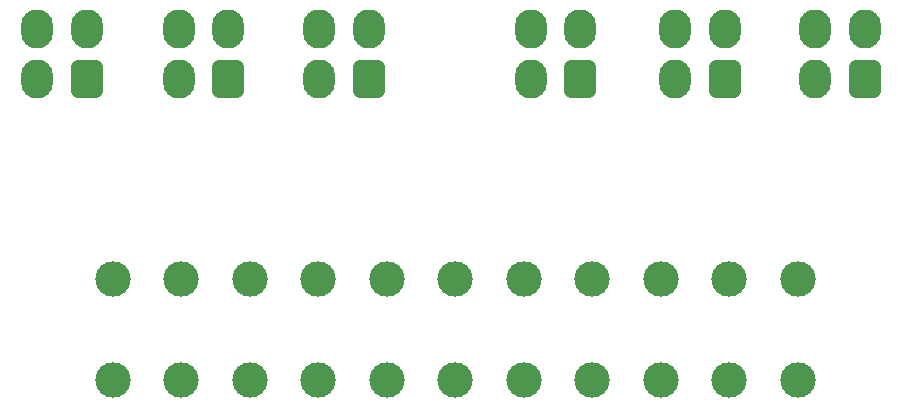
<source format=gts>
G04 #@! TF.GenerationSoftware,KiCad,Pcbnew,6.0.11-2627ca5db0~126~ubuntu22.04.1*
G04 #@! TF.CreationDate,2026-01-10T21:31:22+11:00*
G04 #@! TF.ProjectId,CBR_AdapterBoard,4342525f-4164-4617-9074-6572426f6172,rev?*
G04 #@! TF.SameCoordinates,Original*
G04 #@! TF.FileFunction,Soldermask,Top*
G04 #@! TF.FilePolarity,Negative*
%FSLAX46Y46*%
G04 Gerber Fmt 4.6, Leading zero omitted, Abs format (unit mm)*
G04 Created by KiCad (PCBNEW 6.0.11-2627ca5db0~126~ubuntu22.04.1) date 2026-01-10 21:31:22*
%MOMM*%
%LPD*%
G01*
G04 APERTURE LIST*
G04 Aperture macros list*
%AMRoundRect*
0 Rectangle with rounded corners*
0 $1 Rounding radius*
0 $2 $3 $4 $5 $6 $7 $8 $9 X,Y pos of 4 corners*
0 Add a 4 corners polygon primitive as box body*
4,1,4,$2,$3,$4,$5,$6,$7,$8,$9,$2,$3,0*
0 Add four circle primitives for the rounded corners*
1,1,$1+$1,$2,$3*
1,1,$1+$1,$4,$5*
1,1,$1+$1,$6,$7*
1,1,$1+$1,$8,$9*
0 Add four rect primitives between the rounded corners*
20,1,$1+$1,$2,$3,$4,$5,0*
20,1,$1+$1,$4,$5,$6,$7,0*
20,1,$1+$1,$6,$7,$8,$9,0*
20,1,$1+$1,$8,$9,$2,$3,0*%
G04 Aperture macros list end*
%ADD10C,3.000000*%
%ADD11RoundRect,0.675000X-0.675000X-0.975000X0.675000X-0.975000X0.675000X0.975000X-0.675000X0.975000X0*%
%ADD12O,2.700000X3.300000*%
G04 APERTURE END LIST*
D10*
X110975000Y-80500000D03*
X116775000Y-80500000D03*
X122575000Y-80500000D03*
X128375000Y-80500000D03*
X134175000Y-80500000D03*
X139975000Y-80500000D03*
X145775000Y-80500000D03*
X151575000Y-80500000D03*
X157375000Y-80500000D03*
X163175000Y-80500000D03*
X168975000Y-80500000D03*
X110975000Y-89000000D03*
X116775000Y-89000000D03*
X122575000Y-89000000D03*
X128375000Y-89000000D03*
X134175000Y-89000000D03*
X139975000Y-89000000D03*
X145775000Y-89000000D03*
X151575000Y-89000000D03*
X157375000Y-89000000D03*
X163175000Y-89000000D03*
X168975000Y-89000000D03*
D11*
X108800000Y-63520000D03*
D12*
X104600002Y-63520000D03*
X108800000Y-59320110D03*
X104600002Y-59320110D03*
D11*
X150575000Y-63520000D03*
D12*
X146375002Y-63520000D03*
X150575000Y-59320110D03*
X146375002Y-59320110D03*
D11*
X132650000Y-63520000D03*
D12*
X128450002Y-63520000D03*
X132650000Y-59320110D03*
X128450002Y-59320110D03*
D11*
X120750000Y-63520000D03*
D12*
X116550002Y-63520000D03*
X120750000Y-59320110D03*
X116550002Y-59320110D03*
D11*
X162800000Y-63520000D03*
D12*
X158600002Y-63520000D03*
X162800000Y-59320110D03*
X158600002Y-59320110D03*
D11*
X174650000Y-63520000D03*
D12*
X170450002Y-63520000D03*
X174650000Y-59320110D03*
X170450002Y-59320110D03*
M02*

</source>
